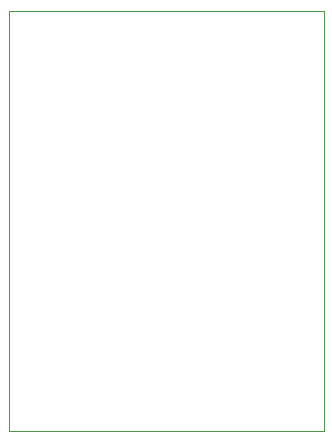
<source format=gbr>
G04 DipTrace 4.0.0.5*
G04 Ãðàíèöûïëàòû.gbr*
%MOMM*%
G04 #@! TF.FileFunction,Profile*
G04 #@! TF.Part,Single*
%ADD10C,0.12*%
%FSLAX35Y35*%
G04*
G71*
G90*
G75*
G01*
G04 BoardOutline*
%LPD*%
X1905000Y889000D2*
D10*
X4572000D1*
Y4445000D1*
X1905000D1*
Y889000D1*
M02*

</source>
